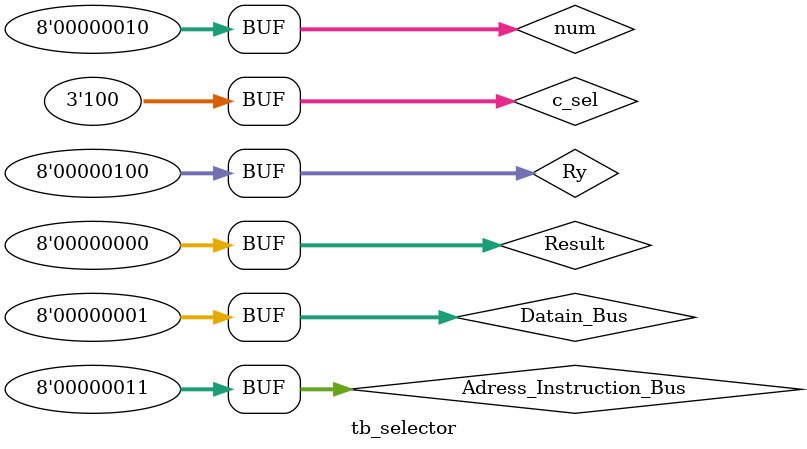
<source format=v>
`timescale 1ns / 1ps


module tb_selector( );
reg [2:0] c_sel;
reg [7:0] Result;
reg [7:0] Datain_Bus;
reg [7:0] num;
reg [7:0] Adress_Instruction_Bus;
reg [7:0] Ry;
wire [7:0] selector
;

selector uut(
.c_sel(c_sel),
.Result(Result),
.Datain_Bus(Datain_Bus),
.num(num),
.Ry(Ry),
.Adress_Instruction_Bus(Adress_Instruction_Bus),
.selector(selector)
);
initial
begin
c_sel = 3'd0;
Result = 8'd0;
Datain_Bus = 8'd1;
num = 8'd2;
Ry =8'd4;
Adress_Instruction_Bus= 8'd3;


#2
c_sel = 3'd1;
#2
c_sel = 3'd2;
#2
c_sel = 3'd3;
#2
c_sel = 3'd4;
end
endmodule

</source>
